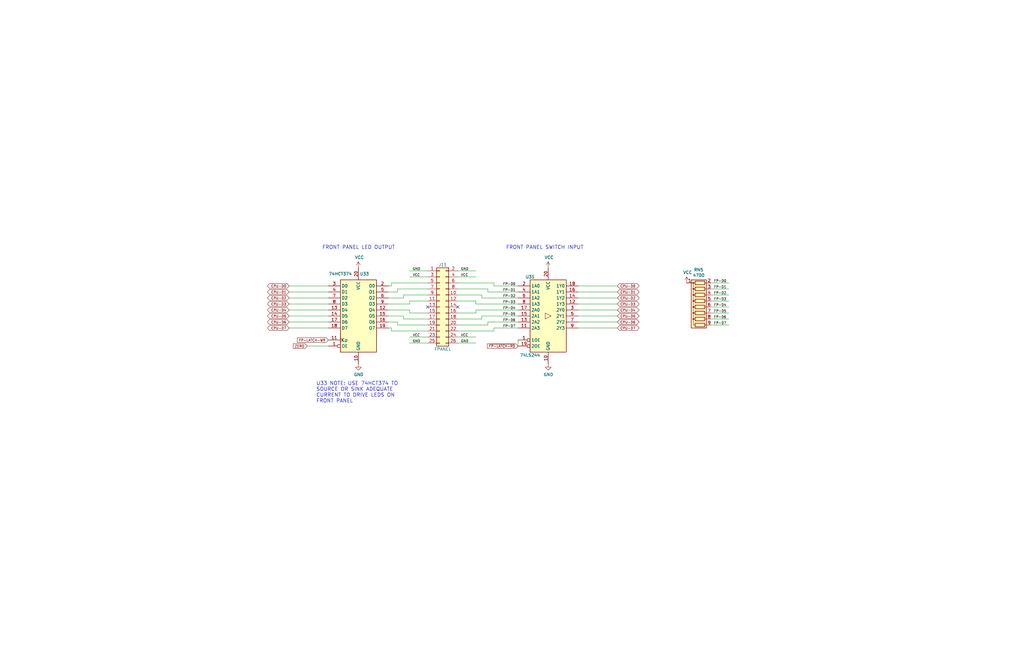
<source format=kicad_sch>
(kicad_sch (version 20211123) (generator eeschema)
  (paper "B")
  (lib_symbols
    (symbol "74xx:74HCT244"
      (property "Reference" "U" (at -7.62 16.51 0))
      (property "Value" "74HCT244" (at -7.62 -16.51 0))
      (symbol "74HCT244_1_0"
        (polyline (pts (xy 1.27 0) (xy -1.27 1.27) (xy -1.27 -1.27) (xy 1.27 0)) (stroke (width 0.1524)))
        (pin input inverted (at -12.7 -10.16 0) (length 5.08) (name "1OE") (number "1"))
        (pin power_in line (at 0 -20.32 90) (length 5.08) (name "GND") (number "10"))
        (pin input line (at -12.7 -5.08 0) (length 5.08) (name "2A3") (number "11"))
        (pin tri_state line (at 12.7 5.08 180) (length 5.08) (name "1Y3") (number "12"))
        (pin input line (at -12.7 -2.54 0) (length 5.08) (name "2A2") (number "13"))
        (pin tri_state line (at 12.7 7.62 180) (length 5.08) (name "1Y2") (number "14"))
        (pin input line (at -12.7 0 0) (length 5.08) (name "2A1") (number "15"))
        (pin tri_state line (at 12.7 10.16 180) (length 5.08) (name "1Y1") (number "16"))
        (pin input line (at -12.7 2.54 0) (length 5.08) (name "2A0") (number "17"))
        (pin tri_state line (at 12.7 12.7 180) (length 5.08) (name "1Y0") (number "18"))
        (pin input inverted (at -12.7 -12.7 0) (length 5.08) (name "2OE") (number "19"))
        (pin input line (at -12.7 12.7 0) (length 5.08) (name "1A0") (number "2"))
        (pin power_in line (at 0 20.32 270) (length 5.08) (name "VCC") (number "20"))
        (pin tri_state line (at 12.7 2.54 180) (length 5.08) (name "2Y0") (number "3"))
        (pin input line (at -12.7 10.16 0) (length 5.08) (name "1A1") (number "4"))
        (pin tri_state line (at 12.7 0 180) (length 5.08) (name "2Y1") (number "5"))
        (pin input line (at -12.7 7.62 0) (length 5.08) (name "1A2") (number "6"))
        (pin tri_state line (at 12.7 -2.54 180) (length 5.08) (name "2Y2") (number "7"))
        (pin input line (at -12.7 5.08 0) (length 5.08) (name "1A3") (number "8"))
        (pin tri_state line (at 12.7 -5.08 180) (length 5.08) (name "2Y3") (number "9"))
      )
      (symbol "74HCT244_1_1"
        (rectangle (start -7.62 15.24) (end 7.62 -15.24) (stroke (width 0.254)) (fill (type background)))
      )
    )
    (symbol "74xx:74HCT374"
      (property "Reference" "U" (at -7.62 16.51 0))
      (property "Value" "74HCT374" (at -7.62 -16.51 0))
      (symbol "74HCT374_1_0"
        (pin input inverted (at -12.7 -12.7 0) (length 5.08) (name "OE") (number "1"))
        (pin power_in line (at 0 -20.32 90) (length 5.08) (name "GND") (number "10"))
        (pin input clock (at -12.7 -10.16 0) (length 5.08) (name "Cp") (number "11"))
        (pin tri_state line (at 12.7 2.54 180) (length 5.08) (name "O4") (number "12"))
        (pin input line (at -12.7 2.54 0) (length 5.08) (name "D4") (number "13"))
        (pin input line (at -12.7 0 0) (length 5.08) (name "D5") (number "14"))
        (pin tri_state line (at 12.7 0 180) (length 5.08) (name "O5") (number "15"))
        (pin tri_state line (at 12.7 -2.54 180) (length 5.08) (name "O6") (number "16"))
        (pin input line (at -12.7 -2.54 0) (length 5.08) (name "D6") (number "17"))
        (pin input line (at -12.7 -5.08 0) (length 5.08) (name "D7") (number "18"))
        (pin tri_state line (at 12.7 -5.08 180) (length 5.08) (name "O7") (number "19"))
        (pin tri_state line (at 12.7 12.7 180) (length 5.08) (name "O0") (number "2"))
        (pin power_in line (at 0 20.32 270) (length 5.08) (name "VCC") (number "20"))
        (pin input line (at -12.7 12.7 0) (length 5.08) (name "D0") (number "3"))
        (pin input line (at -12.7 10.16 0) (length 5.08) (name "D1") (number "4"))
        (pin tri_state line (at 12.7 10.16 180) (length 5.08) (name "O1") (number "5"))
        (pin tri_state line (at 12.7 7.62 180) (length 5.08) (name "O2") (number "6"))
        (pin input line (at -12.7 7.62 0) (length 5.08) (name "D2") (number "7"))
        (pin input line (at -12.7 5.08 0) (length 5.08) (name "D3") (number "8"))
        (pin tri_state line (at 12.7 5.08 180) (length 5.08) (name "O3") (number "9"))
      )
      (symbol "74HCT374_1_1"
        (rectangle (start -7.62 15.24) (end 7.62 -15.24) (stroke (width 0.254)) (fill (type background)))
      )
    )
    (symbol "Connector_Generic:Conn_02x13_Odd_Even" (pin_names (offset 1.016) hide)
      (property "Reference" "J" (at 1.27 17.78 0))
      (property "Value" "Conn_02x13_Odd_Even" (at 1.27 -17.78 0))
      (symbol "Conn_02x13_Odd_Even_1_1"
        (rectangle (start -1.27 -15.113) (end 0 -15.367) (stroke (width 0.1524)))
        (rectangle (start -1.27 -12.573) (end 0 -12.827) (stroke (width 0.1524)))
        (rectangle (start -1.27 -10.033) (end 0 -10.287) (stroke (width 0.1524)))
        (rectangle (start -1.27 -7.493) (end 0 -7.747) (stroke (width 0.1524)))
        (rectangle (start -1.27 -4.953) (end 0 -5.207) (stroke (width 0.1524)))
        (rectangle (start -1.27 -2.413) (end 0 -2.667) (stroke (width 0.1524)))
        (rectangle (start -1.27 0.127) (end 0 -0.127) (stroke (width 0.1524)))
        (rectangle (start -1.27 2.667) (end 0 2.413) (stroke (width 0.1524)))
        (rectangle (start -1.27 5.207) (end 0 4.953) (stroke (width 0.1524)))
        (rectangle (start -1.27 7.747) (end 0 7.493) (stroke (width 0.1524)))
        (rectangle (start -1.27 10.287) (end 0 10.033) (stroke (width 0.1524)))
        (rectangle (start -1.27 12.827) (end 0 12.573) (stroke (width 0.1524)))
        (rectangle (start -1.27 15.367) (end 0 15.113) (stroke (width 0.1524)))
        (rectangle (start -1.27 16.51) (end 3.81 -16.51) (stroke (width 0.254)) (fill (type background)))
        (rectangle (start 3.81 -15.113) (end 2.54 -15.367) (stroke (width 0.1524)))
        (rectangle (start 3.81 -12.573) (end 2.54 -12.827) (stroke (width 0.1524)))
        (rectangle (start 3.81 -10.033) (end 2.54 -10.287) (stroke (width 0.1524)))
        (rectangle (start 3.81 -7.493) (end 2.54 -7.747) (stroke (width 0.1524)))
        (rectangle (start 3.81 -4.953) (end 2.54 -5.207) (stroke (width 0.1524)))
        (rectangle (start 3.81 -2.413) (end 2.54 -2.667) (stroke (width 0.1524)))
        (rectangle (start 3.81 0.127) (end 2.54 -0.127) (stroke (width 0.1524)))
        (rectangle (start 3.81 2.667) (end 2.54 2.413) (stroke (width 0.1524)))
        (rectangle (start 3.81 5.207) (end 2.54 4.953) (stroke (width 0.1524)))
        (rectangle (start 3.81 7.747) (end 2.54 7.493) (stroke (width 0.1524)))
        (rectangle (start 3.81 10.287) (end 2.54 10.033) (stroke (width 0.1524)))
        (rectangle (start 3.81 12.827) (end 2.54 12.573) (stroke (width 0.1524)))
        (rectangle (start 3.81 15.367) (end 2.54 15.113) (stroke (width 0.1524)))
        (pin passive line (at -5.08 15.24 0) (length 3.81) (name "Pin_1") (number "1"))
        (pin passive line (at 7.62 5.08 180) (length 3.81) (name "Pin_10") (number "10"))
        (pin passive line (at -5.08 2.54 0) (length 3.81) (name "Pin_11") (number "11"))
        (pin passive line (at 7.62 2.54 180) (length 3.81) (name "Pin_12") (number "12"))
        (pin passive line (at -5.08 0 0) (length 3.81) (name "Pin_13") (number "13"))
        (pin passive line (at 7.62 0 180) (length 3.81) (name "Pin_14") (number "14"))
        (pin passive line (at -5.08 -2.54 0) (length 3.81) (name "Pin_15") (number "15"))
        (pin passive line (at 7.62 -2.54 180) (length 3.81) (name "Pin_16") (number "16"))
        (pin passive line (at -5.08 -5.08 0) (length 3.81) (name "Pin_17") (number "17"))
        (pin passive line (at 7.62 -5.08 180) (length 3.81) (name "Pin_18") (number "18"))
        (pin passive line (at -5.08 -7.62 0) (length 3.81) (name "Pin_19") (number "19"))
        (pin passive line (at 7.62 15.24 180) (length 3.81) (name "Pin_2") (number "2"))
        (pin passive line (at 7.62 -7.62 180) (length 3.81) (name "Pin_20") (number "20"))
        (pin passive line (at -5.08 -10.16 0) (length 3.81) (name "Pin_21") (number "21"))
        (pin passive line (at 7.62 -10.16 180) (length 3.81) (name "Pin_22") (number "22"))
        (pin passive line (at -5.08 -12.7 0) (length 3.81) (name "Pin_23") (number "23"))
        (pin passive line (at 7.62 -12.7 180) (length 3.81) (name "Pin_24") (number "24"))
        (pin passive line (at -5.08 -15.24 0) (length 3.81) (name "Pin_25") (number "25"))
        (pin passive line (at 7.62 -15.24 180) (length 3.81) (name "Pin_26") (number "26"))
        (pin passive line (at -5.08 12.7 0) (length 3.81) (name "Pin_3") (number "3"))
        (pin passive line (at 7.62 12.7 180) (length 3.81) (name "Pin_4") (number "4"))
        (pin passive line (at -5.08 10.16 0) (length 3.81) (name "Pin_5") (number "5"))
        (pin passive line (at 7.62 10.16 180) (length 3.81) (name "Pin_6") (number "6"))
        (pin passive line (at -5.08 7.62 0) (length 3.81) (name "Pin_7") (number "7"))
        (pin passive line (at 7.62 7.62 180) (length 3.81) (name "Pin_8") (number "8"))
        (pin passive line (at -5.08 5.08 0) (length 3.81) (name "Pin_9") (number "9"))
      )
    )
    (symbol "Device:R_Network08" (pin_names (offset 0) hide)
      (property "Reference" "RN" (at -12.7 0 90))
      (property "Value" "R_Network08" (at 10.16 0 90))
      (symbol "R_Network08_0_1"
        (rectangle (start -11.43 -3.175) (end 8.89 3.175) (stroke (width 0.254)) (fill (type background)))
        (rectangle (start -10.922 1.524) (end -9.398 -2.54) (stroke (width 0.254)))
        (circle (center -10.16 2.286) (radius 0.254) (fill (type outline)))
        (rectangle (start -8.382 1.524) (end -6.858 -2.54) (stroke (width 0.254)))
        (circle (center -7.62 2.286) (radius 0.254) (fill (type outline)))
        (rectangle (start -5.842 1.524) (end -4.318 -2.54) (stroke (width 0.254)))
        (circle (center -5.08 2.286) (radius 0.254) (fill (type outline)))
        (rectangle (start -3.302 1.524) (end -1.778 -2.54) (stroke (width 0.254)))
        (circle (center -2.54 2.286) (radius 0.254) (fill (type outline)))
        (rectangle (start -0.762 1.524) (end 0.762 -2.54) (stroke (width 0.254)))
        (polyline (pts (xy -10.16 -2.54) (xy -10.16 -3.81)))
        (polyline (pts (xy -7.62 -2.54) (xy -7.62 -3.81)))
        (polyline (pts (xy -5.08 -2.54) (xy -5.08 -3.81)))
        (polyline (pts (xy -2.54 -2.54) (xy -2.54 -3.81)))
        (polyline (pts (xy 0 -2.54) (xy 0 -3.81)))
        (polyline (pts (xy 2.54 -2.54) (xy 2.54 -3.81)))
        (polyline (pts (xy 5.08 -2.54) (xy 5.08 -3.81)))
        (polyline (pts (xy 7.62 -2.54) (xy 7.62 -3.81)))
        (polyline (pts (xy -10.16 1.524) (xy -10.16 2.286) (xy -7.62 2.286) (xy -7.62 1.524)))
        (polyline (pts (xy -7.62 1.524) (xy -7.62 2.286) (xy -5.08 2.286) (xy -5.08 1.524)))
        (polyline (pts (xy -5.08 1.524) (xy -5.08 2.286) (xy -2.54 2.286) (xy -2.54 1.524)))
        (polyline (pts (xy -2.54 1.524) (xy -2.54 2.286) (xy 0 2.286) (xy 0 1.524)))
        (polyline (pts (xy 0 1.524) (xy 0 2.286) (xy 2.54 2.286) (xy 2.54 1.524)))
        (polyline (pts (xy 2.54 1.524) (xy 2.54 2.286) (xy 5.08 2.286) (xy 5.08 1.524)))
        (polyline (pts (xy 5.08 1.524) (xy 5.08 2.286) (xy 7.62 2.286) (xy 7.62 1.524)))
        (circle (center 0 2.286) (radius 0.254) (fill (type outline)))
        (rectangle (start 1.778 1.524) (end 3.302 -2.54) (stroke (width 0.254)))
        (circle (center 2.54 2.286) (radius 0.254) (fill (type outline)))
        (rectangle (start 4.318 1.524) (end 5.842 -2.54) (stroke (width 0.254)))
        (circle (center 5.08 2.286) (radius 0.254) (fill (type outline)))
        (rectangle (start 6.858 1.524) (end 8.382 -2.54) (stroke (width 0.254)))
      )
      (symbol "R_Network08_1_1"
        (pin passive line (at -10.16 5.08 270) (length 2.54) (name "common") (number "1"))
        (pin passive line (at -10.16 -5.08 90) (length 1.27) (name "R1") (number "2"))
        (pin passive line (at -7.62 -5.08 90) (length 1.27) (name "R2") (number "3"))
        (pin passive line (at -5.08 -5.08 90) (length 1.27) (name "R3") (number "4"))
        (pin passive line (at -2.54 -5.08 90) (length 1.27) (name "R4") (number "5"))
        (pin passive line (at 0 -5.08 90) (length 1.27) (name "R5") (number "6"))
        (pin passive line (at 2.54 -5.08 90) (length 1.27) (name "R6") (number "7"))
        (pin passive line (at 5.08 -5.08 90) (length 1.27) (name "R7") (number "8"))
        (pin passive line (at 7.62 -5.08 90) (length 1.27) (name "R8") (number "9"))
      )
    )
    (symbol "power:GND" (power) (pin_names (offset 0))
      (property "Value" "GND" (at 0 -3.81 0))
      (symbol "GND_0_1"
        (polyline (pts (xy 0 0) (xy 0 -1.27) (xy 1.27 -1.27) (xy 0 -2.54) (xy -1.27 -1.27) (xy 0 -1.27)))
      )
      (symbol "GND_1_1"
        (pin power_in line (at 0 0 270) (length 0) hide (name "GND") (number "1"))
      )
    )
    (symbol "power:VCC" (power) (pin_names (offset 0))
      (property "Value" "VCC" (at 0 3.81 0))
      (symbol "VCC_0_1"
        (polyline (pts (xy -0.762 1.27) (xy 0 2.54)))
        (polyline (pts (xy 0 0) (xy 0 2.54)))
        (polyline (pts (xy 0 2.54) (xy 0.762 1.27)))
      )
      (symbol "VCC_1_1"
        (pin power_in line (at 0 0 90) (length 0) hide (name "VCC") (number "1"))
      )
    )
  )
  (no_connect (at 193.04 129.54))
  (no_connect (at 180.34 129.54))
  (wire (pts (xy 193.04 114.3) (xy 200.66 114.3)))
  (wire (pts (xy 121.92 128.27) (xy 138.43 128.27)))
  (wire (pts (xy 299.72 127) (xy 307.34 127)))
  (wire (pts (xy 299.72 129.54) (xy 307.34 129.54)))
  (wire (pts (xy 193.04 127) (xy 200.66 127)))
  (wire (pts (xy 243.84 123.19) (xy 260.35 123.19)))
  (wire (pts (xy 205.74 123.19) (xy 218.44 123.19)))
  (wire (pts (xy 121.92 135.89) (xy 138.43 135.89)))
  (wire (pts (xy 203.2 125.73) (xy 218.44 125.73)))
  (wire (pts (xy 200.66 128.27) (xy 218.44 128.27)))
  (wire (pts (xy 205.74 121.92) (xy 205.74 123.19)))
  (wire (pts (xy 172.72 127) (xy 172.72 128.27)))
  (wire (pts (xy 218.44 143.51) (xy 218.44 146.05)))
  (wire (pts (xy 172.72 142.24) (xy 180.34 142.24)))
  (wire (pts (xy 172.72 130.81) (xy 163.83 130.81)))
  (wire (pts (xy 172.72 144.78) (xy 180.34 144.78)))
  (wire (pts (xy 172.72 114.3) (xy 180.34 114.3)))
  (wire (pts (xy 208.28 120.65) (xy 218.44 120.65)))
  (wire (pts (xy 193.04 142.24) (xy 200.66 142.24)))
  (wire (pts (xy 243.84 125.73) (xy 260.35 125.73)))
  (wire (pts (xy 121.92 130.81) (xy 138.43 130.81)))
  (wire (pts (xy 165.1 138.43) (xy 163.83 138.43)))
  (wire (pts (xy 243.84 130.81) (xy 260.35 130.81)))
  (wire (pts (xy 208.28 139.7) (xy 208.28 138.43)))
  (wire (pts (xy 193.04 134.62) (xy 203.2 134.62)))
  (wire (pts (xy 193.04 116.84) (xy 200.66 116.84)))
  (wire (pts (xy 180.34 134.62) (xy 170.18 134.62)))
  (wire (pts (xy 172.72 116.84) (xy 180.34 116.84)))
  (wire (pts (xy 299.72 132.08) (xy 307.34 132.08)))
  (wire (pts (xy 180.34 121.92) (xy 167.64 121.92)))
  (wire (pts (xy 121.92 125.73) (xy 138.43 125.73)))
  (wire (pts (xy 299.72 134.62) (xy 307.34 134.62)))
  (wire (pts (xy 167.64 121.92) (xy 167.64 123.19)))
  (wire (pts (xy 172.72 128.27) (xy 163.83 128.27)))
  (wire (pts (xy 200.66 127) (xy 200.66 128.27)))
  (wire (pts (xy 170.18 124.46) (xy 180.34 124.46)))
  (wire (pts (xy 172.72 130.81) (xy 172.72 132.08)))
  (wire (pts (xy 172.72 132.08) (xy 180.34 132.08)))
  (wire (pts (xy 170.18 125.73) (xy 163.83 125.73)))
  (wire (pts (xy 243.84 128.27) (xy 260.35 128.27)))
  (wire (pts (xy 193.04 119.38) (xy 208.28 119.38)))
  (wire (pts (xy 167.64 135.89) (xy 163.83 135.89)))
  (wire (pts (xy 243.84 120.65) (xy 260.35 120.65)))
  (wire (pts (xy 193.04 139.7) (xy 208.28 139.7)))
  (wire (pts (xy 203.2 124.46) (xy 193.04 124.46)))
  (wire (pts (xy 299.72 137.16) (xy 307.34 137.16)))
  (wire (pts (xy 121.92 120.65) (xy 138.43 120.65)))
  (wire (pts (xy 193.04 144.78) (xy 200.66 144.78)))
  (wire (pts (xy 121.92 133.35) (xy 138.43 133.35)))
  (wire (pts (xy 180.34 127) (xy 172.72 127)))
  (wire (pts (xy 243.84 138.43) (xy 260.35 138.43)))
  (wire (pts (xy 167.64 123.19) (xy 163.83 123.19)))
  (wire (pts (xy 205.74 137.16) (xy 193.04 137.16)))
  (wire (pts (xy 121.92 138.43) (xy 138.43 138.43)))
  (wire (pts (xy 203.2 134.62) (xy 203.2 133.35)))
  (wire (pts (xy 208.28 138.43) (xy 218.44 138.43)))
  (wire (pts (xy 208.28 119.38) (xy 208.28 120.65)))
  (wire (pts (xy 170.18 134.62) (xy 170.18 133.35)))
  (wire (pts (xy 167.64 135.89) (xy 167.64 137.16)))
  (wire (pts (xy 200.66 130.81) (xy 200.66 132.08)))
  (wire (pts (xy 205.74 135.89) (xy 218.44 135.89)))
  (wire (pts (xy 165.1 119.38) (xy 165.1 120.65)))
  (wire (pts (xy 299.72 119.38) (xy 307.34 119.38)))
  (wire (pts (xy 170.18 133.35) (xy 163.83 133.35)))
  (wire (pts (xy 203.2 125.73) (xy 203.2 124.46)))
  (wire (pts (xy 200.66 130.81) (xy 218.44 130.81)))
  (wire (pts (xy 200.66 132.08) (xy 193.04 132.08)))
  (wire (pts (xy 167.64 137.16) (xy 180.34 137.16)))
  (wire (pts (xy 299.72 121.92) (xy 307.34 121.92)))
  (wire (pts (xy 170.18 125.73) (xy 170.18 124.46)))
  (wire (pts (xy 165.1 139.7) (xy 165.1 138.43)))
  (wire (pts (xy 205.74 135.89) (xy 205.74 137.16)))
  (wire (pts (xy 165.1 120.65) (xy 163.83 120.65)))
  (wire (pts (xy 243.84 133.35) (xy 260.35 133.35)))
  (wire (pts (xy 193.04 121.92) (xy 205.74 121.92)))
  (wire (pts (xy 203.2 133.35) (xy 218.44 133.35)))
  (wire (pts (xy 180.34 119.38) (xy 165.1 119.38)))
  (wire (pts (xy 299.72 124.46) (xy 307.34 124.46)))
  (wire (pts (xy 121.92 123.19) (xy 138.43 123.19)))
  (wire (pts (xy 129.54 146.05) (xy 138.43 146.05)))
  (wire (pts (xy 243.84 135.89) (xy 260.35 135.89)))
  (wire (pts (xy 180.34 139.7) (xy 165.1 139.7)))
  (text "U33 NOTE: USE 74HCT374 TO\nSOURCE OR SINK ADEQUATE\nCURRENT TO DRIVE LEDS ON\nFRONT PANEL" (at 133.35 170.18 0) (effects (font (size 1.524 1.524)) (justify left bottom)))
  (text "FRONT PANEL SWITCH INPUT" (at 213.36 105.41 0) (effects (font (size 1.524 1.524)) (justify left bottom)))
  (text "FRONT PANEL LED OUTPUT" (at 135.89 105.41 0) (effects (font (size 1.524 1.524)) (justify left bottom)))
  (label "FP-D4" (at 300.99 129.54 0) (effects (font (size 1.016 1.016))))
  (label "FP-D6" (at 212.09 135.89 0) (effects (font (size 1.016 1.016))))
  (label "GND" (at 194.31 114.3 0) (effects (font (size 1.016 1.016))))
  (label "GND" (at 173.99 144.78 0) (effects (font (size 1.016 1.016))))
  (label "VCC" (at 194.31 142.24 0) (effects (font (size 1.016 1.016))))
  (label "VCC" (at 173.99 142.24 0) (effects (font (size 1.016 1.016))))
  (label "FP-D0" (at 212.09 120.65 0) (effects (font (size 1.016 1.016))))
  (label "FP-D1" (at 300.99 121.92 0) (effects (font (size 1.016 1.016))))
  (label "VCC" (at 194.31 116.84 0) (effects (font (size 1.016 1.016))))
  (label "FP-D1" (at 212.09 123.19 0) (effects (font (size 1.016 1.016))))
  (label "FP-D2" (at 212.09 125.73 0) (effects (font (size 1.016 1.016))))
  (label "FP-D5" (at 212.09 133.35 0) (effects (font (size 1.016 1.016))))
  (label "FP-D7" (at 300.99 137.16 0) (effects (font (size 1.016 1.016))))
  (label "GND" (at 194.31 144.78 0) (effects (font (size 1.016 1.016))))
  (label "FP-D0" (at 300.99 119.38 0) (effects (font (size 1.016 1.016))))
  (label "FP-D3" (at 212.09 128.27 0) (effects (font (size 1.016 1.016))))
  (label "VCC" (at 173.99 116.84 0) (effects (font (size 1.016 1.016))))
  (label "FP-D4" (at 212.09 130.81 0) (effects (font (size 1.016 1.016))))
  (label "FP-D3" (at 300.99 127 0) (effects (font (size 1.016 1.016))))
  (label "FP-D5" (at 300.99 132.08 0) (effects (font (size 1.016 1.016))))
  (label "FP-D6" (at 300.99 134.62 0) (effects (font (size 1.016 1.016))))
  (label "FP-D2" (at 300.99 124.46 0) (effects (font (size 1.016 1.016))))
  (label "FP-D7" (at 212.09 138.43 0) (effects (font (size 1.016 1.016))))
  (label "GND" (at 173.99 114.3 0) (effects (font (size 1.016 1.016))))
  (global_label "CPU-D5" (shape bidirectional) (at 260.35 133.35 0) (effects (font (size 1.016 1.016))) (property "Intersheet References" "${INTERSHEET_REFS}" (effects hide)))
  (global_label "CPU-D6" (shape bidirectional) (at 121.92 135.89 180) (effects (font (size 1.016 1.016))) (property "Intersheet References" "${INTERSHEET_REFS}" (effects hide)))
  (global_label "CPU-D7" (shape bidirectional) (at 121.92 138.43 180) (effects (font (size 1.016 1.016))) (property "Intersheet References" "${INTERSHEET_REFS}" (effects hide)))
  (global_label "CPU-D0" (shape bidirectional) (at 121.92 120.65 180) (effects (font (size 1.016 1.016))) (property "Intersheet References" "${INTERSHEET_REFS}" (effects hide)))
  (global_label "CPU-D3" (shape bidirectional) (at 121.92 128.27 180) (effects (font (size 1.016 1.016))) (property "Intersheet References" "${INTERSHEET_REFS}" (effects hide)))
  (global_label "FP-LATCH-WR" (shape input) (at 138.43 143.51 180) (effects (font (size 1.016 1.016))) (property "Intersheet References" "${INTERSHEET_REFS}" (effects hide)))
  (global_label "CPU-D0" (shape bidirectional) (at 260.35 120.65 0) (effects (font (size 1.016 1.016))) (property "Intersheet References" "${INTERSHEET_REFS}" (effects hide)))
  (global_label "CPU-D4" (shape bidirectional) (at 121.92 130.81 180) (effects (font (size 1.016 1.016))) (property "Intersheet References" "${INTERSHEET_REFS}" (effects hide)))
  (global_label "CPU-D1" (shape bidirectional) (at 260.35 123.19 0) (effects (font (size 1.016 1.016))) (property "Intersheet References" "${INTERSHEET_REFS}" (effects hide)))
  (global_label "CPU-D2" (shape bidirectional) (at 121.92 125.73 180) (effects (font (size 1.016 1.016))) (property "Intersheet References" "${INTERSHEET_REFS}" (effects hide)))
  (global_label "CPU-D5" (shape bidirectional) (at 121.92 133.35 180) (effects (font (size 1.016 1.016))) (property "Intersheet References" "${INTERSHEET_REFS}" (effects hide)))
  (global_label "CPU-D4" (shape bidirectional) (at 260.35 130.81 0) (effects (font (size 1.016 1.016))) (property "Intersheet References" "${INTERSHEET_REFS}" (effects hide)))
  (global_label "CPU-D1" (shape bidirectional) (at 121.92 123.19 180) (effects (font (size 1.016 1.016))) (property "Intersheet References" "${INTERSHEET_REFS}" (effects hide)))
  (global_label "ZERO" (shape input) (at 129.54 146.05 180) (effects (font (size 1.016 1.016))) (property "Intersheet References" "${INTERSHEET_REFS}" (effects hide)))
  (global_label "~{FP-LATCH-RD}" (shape input) (at 218.44 146.05 180) (effects (font (size 1.016 1.016))) (property "Intersheet References" "${INTERSHEET_REFS}" (effects hide)))
  (global_label "CPU-D3" (shape bidirectional) (at 260.35 128.27 0) (effects (font (size 1.016 1.016))) (property "Intersheet References" "${INTERSHEET_REFS}" (effects hide)))
  (global_label "CPU-D7" (shape bidirectional) (at 260.35 138.43 0) (effects (font (size 1.016 1.016))) (property "Intersheet References" "${INTERSHEET_REFS}" (effects hide)))
  (global_label "CPU-D2" (shape bidirectional) (at 260.35 125.73 0) (effects (font (size 1.016 1.016))) (property "Intersheet References" "${INTERSHEET_REFS}" (effects hide)))
  (global_label "CPU-D6" (shape bidirectional) (at 260.35 135.89 0) (effects (font (size 1.016 1.016))) (property "Intersheet References" "${INTERSHEET_REFS}" (effects hide)))
  (symbol (lib_id "power:GND") (at 231.14 153.67 0) (unit 1)
    (property "Reference" "#PWR0141" (effects hide))
    (property "Value" "GND" (at 231.267 158.0642 0))
  )
  (symbol (lib_id "74xx:74HCT244") (at 231.14 133.35 0) (unit 1)
    (property "Reference" "U31" (at 223.52 116.84 0))
    (property "Value" "74LS244" (at 223.52 149.86 0))
    (property "Footprint" "Package_DIP:DIP-20_W7.62mm" (effects hide))
    (property "Datasheet" "https://assets.nexperia.com/documents/data-sheet/74HC_HCT244.pdf" (effects hide))
  )
  (symbol (lib_id "power:VCC") (at 231.14 113.03 0) (unit 1)
    (property "Reference" "#PWR0142" (effects hide))
    (property "Value" "VCC" (at 231.521 108.6358 0))
  )
  (symbol (lib_id "Connector_Generic:Conn_02x13_Odd_Even") (at 185.42 129.54 0) (unit 1)
    (property "Reference" "J11" (at 186.69 111.76 0))
    (property "Value" "FPANEL" (at 186.69 147.32 0))
    (property "Footprint" "Connector_IDC:IDC-Header_2x13_P2.54mm_Horizontal" (effects hide))
  )
  (symbol (lib_id "Device:R_Network08") (at 294.64 129.54 90) (mirror x) (unit 1)
    (property "Reference" "RN5" (at 294.64 113.8682 90))
    (property "Value" "4700" (at 294.64 116.1796 90))
    (property "Footprint" "Resistor_THT:R_Array_SIP9" (effects hide))
    (property "Datasheet" "http://www.vishay.com/docs/31509/csc.pdf" (effects hide))
  )
  (symbol (lib_id "power:VCC") (at 289.56 119.38 0) (unit 1)
    (property "Reference" "#PWR0143" (effects hide))
    (property "Value" "VCC" (at 289.941 114.9858 0))
  )
  (symbol (lib_id "power:GND") (at 151.13 153.67 0) (unit 1)
    (property "Reference" "#PWR0144" (effects hide))
    (property "Value" "GND" (at 151.257 158.0642 0))
  )
  (symbol (lib_id "power:VCC") (at 151.13 113.03 0) (unit 1)
    (property "Reference" "#PWR0145" (effects hide))
    (property "Value" "VCC" (at 151.511 108.6358 0))
  )
  (symbol (lib_id "74xx:74HCT374") (at 151.13 133.35 0) (unit 1)
    (property "Reference" "U33" (at 153.67 115.57 0))
    (property "Value" "74HCT374" (at 143.51 115.57 0))
    (property "Footprint" "Package_DIP:DIP-20_W7.62mm" (effects hide))
    (property "Datasheet" "https://www.ti.com/lit/ds/symlink/cd74hct374.pdf" (effects hide))
  )
)
</source>
